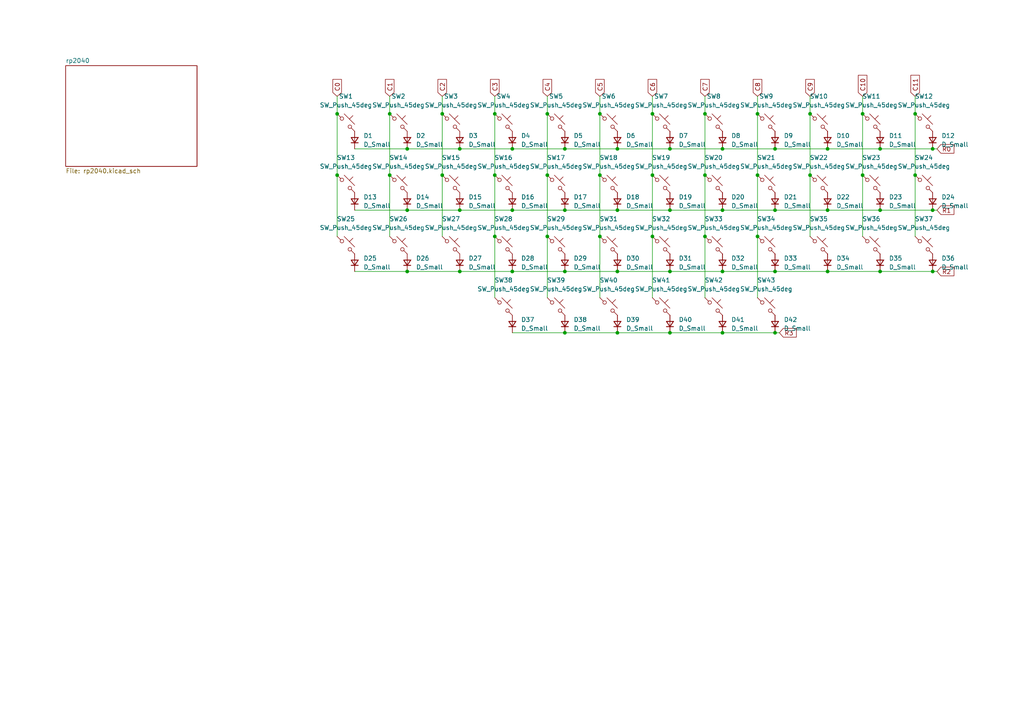
<source format=kicad_sch>
(kicad_sch (version 20250114) (generator "eeschema") (generator_version "9.0")
  (paper "A4")
  (lib_symbols
    (symbol "Device:D_Small" (pin_numbers (hide yes)) (pin_names (offset 0.254) (hide yes))
      (property "Reference" "D" (at -1.27 2.032 0))
      (property "Value" "D_Small" (at -3.81 -2.032 0))
      (symbol "D_Small_0_1"
        (polyline (pts (xy -0.762 0) (xy 0.762 0)))
        (polyline (pts (xy -0.762 -1.016) (xy -0.762 1.016)) (stroke (width 0.254)))
        (polyline (pts (xy 0.762 -1.016) (xy -0.762 0) (xy 0.762 1.016) (xy 0.762 -1.016)) (stroke (width 0.254)))
      )
      (symbol "D_Small_1_1"
        (pin passive line (at -2.54 0 0) (length 1.778) (name "K") (number "1"))
        (pin passive line (at 2.54 0 180) (length 1.778) (name "A") (number "2"))
      )
    )
    (symbol "Switch:SW_Push_45deg" (pin_numbers (hide yes)) (pin_names (offset 1.016) (hide yes))
      (property "Reference" "SW" (at 3.048 1.016 0))
      (property "Value" "SW_Push_45deg" (at 0 -3.81 0))
      (symbol "SW_Push_45deg_0_1"
        (polyline (pts (xy -2.54 2.54) (xy -1.524 1.524) (xy -1.524 1.524)))
        (circle (center -1.1684 1.1684) (radius 0.508))
        (polyline (pts (xy -0.508 2.54) (xy 2.54 -0.508)))
        (polyline (pts (xy 1.016 1.016) (xy 2.032 2.032)))
        (circle (center 1.143 -1.1938) (radius 0.508))
        (polyline (pts (xy 1.524 -1.524) (xy 2.54 -2.54) (xy 2.54 -2.54) (xy 2.54 -2.54)))
        (pin passive line (at -2.54 2.54 0) (length 0) (name "1") (number "1"))
        (pin passive line (at 2.54 -2.54 180) (length 0) (name "2") (number "2"))
      )
    )
  )
  (junction (at 148.59 78.74))
  (junction (at 224.79 96.52))
  (junction (at 224.79 60.96))
  (junction (at 173.99 33.02))
  (junction (at 173.99 68.58))
  (junction (at 255.27 43.18))
  (junction (at 224.79 78.74))
  (junction (at 224.79 43.18))
  (junction (at 179.07 78.74))
  (junction (at 219.71 68.58))
  (junction (at 158.75 68.58))
  (junction (at 118.11 43.18))
  (junction (at 204.47 50.8))
  (junction (at 240.03 78.74))
  (junction (at 148.59 60.96))
  (junction (at 194.31 78.74))
  (junction (at 163.83 43.18))
  (junction (at 209.55 60.96))
  (junction (at 265.43 33.02))
  (junction (at 204.47 68.58))
  (junction (at 163.83 60.96))
  (junction (at 133.35 43.18))
  (junction (at 158.75 33.02))
  (junction (at 97.79 50.8))
  (junction (at 133.35 60.96))
  (junction (at 270.51 60.96))
  (junction (at 219.71 33.02))
  (junction (at 204.47 33.02))
  (junction (at 255.27 78.74))
  (junction (at 158.75 50.8))
  (junction (at 240.03 43.18))
  (junction (at 143.51 50.8))
  (junction (at 179.07 96.52))
  (junction (at 163.83 78.74))
  (junction (at 113.03 50.8))
  (junction (at 194.31 43.18))
  (junction (at 250.19 33.02))
  (junction (at 179.07 43.18))
  (junction (at 179.07 60.96))
  (junction (at 234.95 50.8))
  (junction (at 209.55 96.52))
  (junction (at 194.31 60.96))
  (junction (at 270.51 43.18))
  (junction (at 270.51 78.74))
  (junction (at 118.11 60.96))
  (junction (at 189.23 33.02))
  (junction (at 209.55 43.18))
  (junction (at 189.23 68.58))
  (junction (at 189.23 50.8))
  (junction (at 219.71 50.8))
  (junction (at 250.19 50.8))
  (junction (at 163.83 96.52))
  (junction (at 234.95 33.02))
  (junction (at 97.79 33.02))
  (junction (at 194.31 96.52))
  (junction (at 148.59 43.18))
  (junction (at 143.51 68.58))
  (junction (at 113.03 33.02))
  (junction (at 255.27 60.96))
  (junction (at 128.27 50.8))
  (junction (at 143.51 33.02))
  (junction (at 133.35 78.74))
  (junction (at 118.11 78.74))
  (junction (at 128.27 33.02))
  (junction (at 173.99 50.8))
  (junction (at 240.03 60.96))
  (junction (at 209.55 78.74))
  (junction (at 265.43 50.8))
  (wire (pts (xy 163.83 60.96) (xy 179.07 60.96)))
  (wire (pts (xy 219.71 33.02) (xy 219.71 50.8)))
  (wire (pts (xy 143.51 33.02) (xy 143.51 50.8)))
  (wire (pts (xy 133.35 43.18) (xy 148.59 43.18)))
  (wire (pts (xy 189.23 33.02) (xy 189.23 50.8)))
  (wire (pts (xy 219.71 27.94) (xy 219.71 33.02)))
  (wire (pts (xy 209.55 43.18) (xy 224.79 43.18)))
  (wire (pts (xy 102.87 60.96) (xy 118.11 60.96)))
  (wire (pts (xy 240.03 60.96) (xy 255.27 60.96)))
  (wire (pts (xy 204.47 68.58) (xy 204.47 86.36)))
  (wire (pts (xy 143.51 68.58) (xy 143.51 86.36)))
  (wire (pts (xy 209.55 78.74) (xy 224.79 78.74)))
  (wire (pts (xy 163.83 43.18) (xy 179.07 43.18)))
  (wire (pts (xy 265.43 50.8) (xy 265.43 68.58)))
  (wire (pts (xy 163.83 78.74) (xy 179.07 78.74)))
  (wire (pts (xy 189.23 27.94) (xy 189.23 33.02)))
  (wire (pts (xy 194.31 43.18) (xy 209.55 43.18)))
  (wire (pts (xy 148.59 60.96) (xy 163.83 60.96)))
  (wire (pts (xy 173.99 27.94) (xy 173.99 33.02)))
  (wire (pts (xy 224.79 43.18) (xy 240.03 43.18)))
  (wire (pts (xy 234.95 27.94) (xy 234.95 33.02)))
  (wire (pts (xy 118.11 43.18) (xy 133.35 43.18)))
  (wire (pts (xy 219.71 50.8) (xy 219.71 68.58)))
  (wire (pts (xy 240.03 43.18) (xy 255.27 43.18)))
  (wire (pts (xy 113.03 33.02) (xy 113.03 50.8)))
  (wire (pts (xy 148.59 96.52) (xy 163.83 96.52)))
  (wire (pts (xy 189.23 50.8) (xy 189.23 68.58)))
  (wire (pts (xy 118.11 78.74) (xy 133.35 78.74)))
  (wire (pts (xy 102.87 78.74) (xy 118.11 78.74)))
  (wire (pts (xy 255.27 43.18) (xy 270.51 43.18)))
  (wire (pts (xy 128.27 33.02) (xy 128.27 50.8)))
  (wire (pts (xy 97.79 27.94) (xy 97.79 33.02)))
  (wire (pts (xy 194.31 78.74) (xy 209.55 78.74)))
  (wire (pts (xy 234.95 50.8) (xy 234.95 68.58)))
  (wire (pts (xy 270.51 78.74) (xy 271.78 78.74)))
  (wire (pts (xy 179.07 96.52) (xy 194.31 96.52)))
  (wire (pts (xy 128.27 27.94) (xy 128.27 33.02)))
  (wire (pts (xy 209.55 60.96) (xy 224.79 60.96)))
  (wire (pts (xy 133.35 78.74) (xy 148.59 78.74)))
  (wire (pts (xy 179.07 60.96) (xy 194.31 60.96)))
  (wire (pts (xy 158.75 33.02) (xy 158.75 50.8)))
  (wire (pts (xy 97.79 33.02) (xy 97.79 50.8)))
  (wire (pts (xy 158.75 50.8) (xy 158.75 68.58)))
  (wire (pts (xy 163.83 96.52) (xy 179.07 96.52)))
  (wire (pts (xy 250.19 50.8) (xy 250.19 68.58)))
  (wire (pts (xy 270.51 43.18) (xy 271.78 43.18)))
  (wire (pts (xy 255.27 60.96) (xy 270.51 60.96)))
  (wire (pts (xy 265.43 27.94) (xy 265.43 33.02)))
  (wire (pts (xy 234.95 33.02) (xy 234.95 50.8)))
  (wire (pts (xy 179.07 78.74) (xy 194.31 78.74)))
  (wire (pts (xy 133.35 60.96) (xy 148.59 60.96)))
  (wire (pts (xy 102.87 43.18) (xy 118.11 43.18)))
  (wire (pts (xy 158.75 27.94) (xy 158.75 33.02)))
  (wire (pts (xy 128.27 50.8) (xy 128.27 68.58)))
  (wire (pts (xy 97.79 50.8) (xy 97.79 68.58)))
  (wire (pts (xy 209.55 96.52) (xy 224.79 96.52)))
  (wire (pts (xy 204.47 27.94) (xy 204.47 33.02)))
  (wire (pts (xy 204.47 33.02) (xy 204.47 50.8)))
  (wire (pts (xy 224.79 60.96) (xy 240.03 60.96)))
  (wire (pts (xy 173.99 33.02) (xy 173.99 50.8)))
  (wire (pts (xy 148.59 78.74) (xy 163.83 78.74)))
  (wire (pts (xy 113.03 50.8) (xy 113.03 68.58)))
  (wire (pts (xy 255.27 78.74) (xy 270.51 78.74)))
  (wire (pts (xy 158.75 68.58) (xy 158.75 86.36)))
  (wire (pts (xy 173.99 68.58) (xy 173.99 86.36)))
  (wire (pts (xy 179.07 43.18) (xy 194.31 43.18)))
  (wire (pts (xy 204.47 50.8) (xy 204.47 68.58)))
  (wire (pts (xy 265.43 33.02) (xy 265.43 50.8)))
  (wire (pts (xy 148.59 43.18) (xy 163.83 43.18)))
  (wire (pts (xy 189.23 68.58) (xy 189.23 86.36)))
  (wire (pts (xy 118.11 60.96) (xy 133.35 60.96)))
  (wire (pts (xy 173.99 50.8) (xy 173.99 68.58)))
  (wire (pts (xy 224.79 96.52) (xy 226.06 96.52)))
  (wire (pts (xy 219.71 68.58) (xy 219.71 86.36)))
  (wire (pts (xy 143.51 27.94) (xy 143.51 33.02)))
  (wire (pts (xy 194.31 96.52) (xy 209.55 96.52)))
  (wire (pts (xy 240.03 78.74) (xy 255.27 78.74)))
  (wire (pts (xy 143.51 50.8) (xy 143.51 68.58)))
  (wire (pts (xy 250.19 33.02) (xy 250.19 50.8)))
  (wire (pts (xy 224.79 78.74) (xy 240.03 78.74)))
  (wire (pts (xy 194.31 60.96) (xy 209.55 60.96)))
  (wire (pts (xy 270.51 60.96) (xy 271.78 60.96)))
  (wire (pts (xy 250.19 27.94) (xy 250.19 33.02)))
  (wire (pts (xy 113.03 27.94) (xy 113.03 33.02)))
  (global_label "C10" (shape input) (at 250.19 27.94 90) (property "Intersheetrefs" "${INTERSHEET_REFS}" (effects (hide yes))))
  (global_label "C11" (shape input) (at 265.43 27.94 90) (property "Intersheetrefs" "${INTERSHEET_REFS}" (effects (hide yes))))
  (global_label "C0" (shape input) (at 97.79 27.94 90) (property "Intersheetrefs" "${INTERSHEET_REFS}" (effects (hide yes))))
  (global_label "C9" (shape input) (at 234.95 27.94 90) (property "Intersheetrefs" "${INTERSHEET_REFS}" (effects (hide yes))))
  (global_label "C5" (shape input) (at 173.99 27.94 90) (property "Intersheetrefs" "${INTERSHEET_REFS}" (effects (hide yes))))
  (global_label "C7" (shape input) (at 204.47 27.94 90) (property "Intersheetrefs" "${INTERSHEET_REFS}" (effects (hide yes))))
  (global_label "C2" (shape input) (at 128.27 27.94 90) (property "Intersheetrefs" "${INTERSHEET_REFS}" (effects (hide yes))))
  (global_label "C4" (shape input) (at 158.75 27.94 90) (property "Intersheetrefs" "${INTERSHEET_REFS}" (effects (hide yes))))
  (global_label "R2" (shape input) (at 271.78 78.74 0) (property "Intersheetrefs" "${INTERSHEET_REFS}" (effects (hide yes))))
  (global_label "C1" (shape input) (at 113.03 27.94 90) (property "Intersheetrefs" "${INTERSHEET_REFS}" (effects (hide yes))))
  (global_label "R3" (shape input) (at 226.06 96.52 0) (property "Intersheetrefs" "${INTERSHEET_REFS}" (effects (hide yes))))
  (global_label "C6" (shape input) (at 189.23 27.94 90) (property "Intersheetrefs" "${INTERSHEET_REFS}" (effects (hide yes))))
  (global_label "C3" (shape input) (at 143.51 27.94 90) (property "Intersheetrefs" "${INTERSHEET_REFS}" (effects (hide yes))))
  (global_label "R1" (shape input) (at 271.78 60.96 0) (property "Intersheetrefs" "${INTERSHEET_REFS}" (effects (hide yes))))
  (global_label "C8" (shape input) (at 219.71 27.94 90) (property "Intersheetrefs" "${INTERSHEET_REFS}" (effects (hide yes))))
  (global_label "R0" (shape input) (at 271.78 43.18 0) (property "Intersheetrefs" "${INTERSHEET_REFS}" (effects (hide yes))))
  (symbol (lib_id "Switch:SW_Push_45deg") (at 191.77 35.56 0) (unit 1)
    (property "Reference" "SW7" (at 191.77 27.94 0))
    (property "Value" "SW_Push_45deg" (at 191.77 30.48 0))
    (property "Footprint" "MX_Hotswap:MX-Hotswap-1U" (effects (hide yes)))
    (property "Description" "Push button switch, normally open, two pins, 45° tilted" (effects (hide yes)))
  )
  (symbol (lib_id "Switch:SW_Push_45deg") (at 222.25 71.12 0) (unit 1)
    (property "Reference" "SW34" (at 222.25 63.5 0))
    (property "Value" "SW_Push_45deg" (at 222.25 66.04 0))
    (property "Footprint" "MX_Hotswap:MX-Hotswap-1U" (effects (hide yes)))
    (property "Description" "Push button switch, normally open, two pins, 45° tilted" (effects (hide yes)))
  )
  (symbol (lib_id "Switch:SW_Push_45deg") (at 237.49 53.34 0) (unit 1)
    (property "Reference" "SW22" (at 237.49 45.72 0))
    (property "Value" "SW_Push_45deg" (at 237.49 48.26 0))
    (property "Footprint" "MX_Hotswap:MX-Hotswap-1U" (effects (hide yes)))
    (property "Description" "Push button switch, normally open, two pins, 45° tilted" (effects (hide yes)))
  )
  (symbol (lib_id "Device:D_Small") (at 270.51 58.42 90) (unit 1)
    (property "Reference" "D24" (at 273.05 57.1499 90) (effects (justify right)))
    (property "Value" "D_Small" (at 273.05 59.6899 90) (effects (justify right)))
    (property "Footprint" "Diode_THT:D_DO-35_SOD27_P7.62mm_Horizontal" (effects (hide yes)))
    (property "Description" "Diode, small symbol" (effects (hide yes)))
    (property "Sim.Device" "D" (effects (hide yes)))
    (property "Sim.Pins" "1=K 2=A" (effects (hide yes)))
  )
  (symbol (lib_id "Device:D_Small") (at 118.11 76.2 90) (unit 1)
    (property "Reference" "D26" (at 120.65 74.9299 90) (effects (justify right)))
    (property "Value" "D_Small" (at 120.65 77.4699 90) (effects (justify right)))
    (property "Footprint" "Diode_THT:D_DO-35_SOD27_P7.62mm_Horizontal" (effects (hide yes)))
    (property "Description" "Diode, small symbol" (effects (hide yes)))
    (property "Sim.Device" "D" (effects (hide yes)))
    (property "Sim.Pins" "1=K 2=A" (effects (hide yes)))
  )
  (symbol (lib_id "Device:D_Small") (at 209.55 40.64 90) (unit 1)
    (property "Reference" "D8" (at 212.09 39.3699 90) (effects (justify right)))
    (property "Value" "D_Small" (at 212.09 41.9099 90) (effects (justify right)))
    (property "Footprint" "Diode_THT:D_DO-35_SOD27_P7.62mm_Horizontal" (effects (hide yes)))
    (property "Description" "Diode, small symbol" (effects (hide yes)))
    (property "Sim.Device" "D" (effects (hide yes)))
    (property "Sim.Pins" "1=K 2=A" (effects (hide yes)))
  )
  (symbol (lib_id "Device:D_Small") (at 118.11 40.64 90) (unit 1)
    (property "Reference" "D2" (at 120.65 39.3699 90) (effects (justify right)))
    (property "Value" "D_Small" (at 120.65 41.9099 90) (effects (justify right)))
    (property "Footprint" "Diode_THT:D_DO-35_SOD27_P7.62mm_Horizontal" (effects (hide yes)))
    (property "Description" "Diode, small symbol" (effects (hide yes)))
    (property "Sim.Device" "D" (effects (hide yes)))
    (property "Sim.Pins" "1=K 2=A" (effects (hide yes)))
  )
  (symbol (lib_id "Switch:SW_Push_45deg") (at 252.73 71.12 0) (unit 1)
    (property "Reference" "SW36" (at 252.73 63.5 0))
    (property "Value" "SW_Push_45deg" (at 252.73 66.04 0))
    (property "Footprint" "MX_Hotswap:MX-Hotswap-1U" (effects (hide yes)))
    (property "Description" "Push button switch, normally open, two pins, 45° tilted" (effects (hide yes)))
  )
  (symbol (lib_id "Switch:SW_Push_45deg") (at 176.53 35.56 0) (unit 1)
    (property "Reference" "SW6" (at 176.53 27.94 0))
    (property "Value" "SW_Push_45deg" (at 176.53 30.48 0))
    (property "Footprint" "MX_Hotswap:MX-Hotswap-1U" (effects (hide yes)))
    (property "Description" "Push button switch, normally open, two pins, 45° tilted" (effects (hide yes)))
  )
  (symbol (lib_id "Switch:SW_Push_45deg") (at 130.81 71.12 0) (unit 1)
    (property "Reference" "SW27" (at 130.81 63.5 0))
    (property "Value" "SW_Push_45deg" (at 130.81 66.04 0))
    (property "Footprint" "MX_Hotswap:MX-Hotswap-1U" (effects (hide yes)))
    (property "Description" "Push button switch, normally open, two pins, 45° tilted" (effects (hide yes)))
  )
  (symbol (lib_id "Switch:SW_Push_45deg") (at 252.73 53.34 0) (unit 1)
    (property "Reference" "SW23" (at 252.73 45.72 0))
    (property "Value" "SW_Push_45deg" (at 252.73 48.26 0))
    (property "Footprint" "MX_Hotswap:MX-Hotswap-1U" (effects (hide yes)))
    (property "Description" "Push button switch, normally open, two pins, 45° tilted" (effects (hide yes)))
  )
  (symbol (lib_id "Switch:SW_Push_45deg") (at 267.97 35.56 0) (unit 1)
    (property "Reference" "SW12" (at 267.97 27.94 0))
    (property "Value" "SW_Push_45deg" (at 267.97 30.48 0))
    (property "Footprint" "MX_Hotswap:MX-Hotswap-1U" (effects (hide yes)))
    (property "Description" "Push button switch, normally open, two pins, 45° tilted" (effects (hide yes)))
  )
  (symbol (lib_id "Device:D_Small") (at 194.31 58.42 90) (unit 1)
    (property "Reference" "D19" (at 196.85 57.1499 90) (effects (justify right)))
    (property "Value" "D_Small" (at 196.85 59.6899 90) (effects (justify right)))
    (property "Footprint" "Diode_THT:D_DO-35_SOD27_P7.62mm_Horizontal" (effects (hide yes)))
    (property "Description" "Diode, small symbol" (effects (hide yes)))
    (property "Sim.Device" "D" (effects (hide yes)))
    (property "Sim.Pins" "1=K 2=A" (effects (hide yes)))
  )
  (symbol (lib_id "Switch:SW_Push_45deg") (at 237.49 71.12 0) (unit 1)
    (property "Reference" "SW35" (at 237.49 63.5 0))
    (property "Value" "SW_Push_45deg" (at 237.49 66.04 0))
    (property "Footprint" "MX_Hotswap:MX-Hotswap-1U" (effects (hide yes)))
    (property "Description" "Push button switch, normally open, two pins, 45° tilted" (effects (hide yes)))
  )
  (symbol (lib_id "Device:D_Small") (at 270.51 40.64 90) (unit 1)
    (property "Reference" "D12" (at 273.05 39.3699 90) (effects (justify right)))
    (property "Value" "D_Small" (at 273.05 41.9099 90) (effects (justify right)))
    (property "Footprint" "Diode_THT:D_DO-35_SOD27_P7.62mm_Horizontal" (effects (hide yes)))
    (property "Description" "Diode, small symbol" (effects (hide yes)))
    (property "Sim.Device" "D" (effects (hide yes)))
    (property "Sim.Pins" "1=K 2=A" (effects (hide yes)))
  )
  (symbol (lib_id "Switch:SW_Push_45deg") (at 237.49 35.56 0) (unit 1)
    (property "Reference" "SW10" (at 237.49 27.94 0))
    (property "Value" "SW_Push_45deg" (at 237.49 30.48 0))
    (property "Footprint" "MX_Hotswap:MX-Hotswap-1U" (effects (hide yes)))
    (property "Description" "Push button switch, normally open, two pins, 45° tilted" (effects (hide yes)))
  )
  (symbol (lib_id "Switch:SW_Push_45deg") (at 222.25 53.34 0) (unit 1)
    (property "Reference" "SW21" (at 222.25 45.72 0))
    (property "Value" "SW_Push_45deg" (at 222.25 48.26 0))
    (property "Footprint" "MX_Hotswap:MX-Hotswap-1U" (effects (hide yes)))
    (property "Description" "Push button switch, normally open, two pins, 45° tilted" (effects (hide yes)))
  )
  (symbol (lib_id "Device:D_Small") (at 194.31 40.64 90) (unit 1)
    (property "Reference" "D7" (at 196.85 39.3699 90) (effects (justify right)))
    (property "Value" "D_Small" (at 196.85 41.9099 90) (effects (justify right)))
    (property "Footprint" "Diode_THT:D_DO-35_SOD27_P7.62mm_Horizontal" (effects (hide yes)))
    (property "Description" "Diode, small symbol" (effects (hide yes)))
    (property "Sim.Device" "D" (effects (hide yes)))
    (property "Sim.Pins" "1=K 2=A" (effects (hide yes)))
  )
  (symbol (lib_id "Device:D_Small") (at 102.87 40.64 90) (unit 1)
    (property "Reference" "D1" (at 105.41 39.3699 90) (effects (justify right)))
    (property "Value" "D_Small" (at 105.41 41.9099 90) (effects (justify right)))
    (property "Footprint" "Diode_THT:D_DO-35_SOD27_P7.62mm_Horizontal" (effects (hide yes)))
    (property "Description" "Diode, small symbol" (effects (hide yes)))
    (property "Sim.Device" "D" (effects (hide yes)))
    (property "Sim.Pins" "1=K 2=A" (effects (hide yes)))
  )
  (symbol (lib_id "Switch:SW_Push_45deg") (at 207.01 71.12 0) (unit 1)
    (property "Reference" "SW33" (at 207.01 63.5 0))
    (property "Value" "SW_Push_45deg" (at 207.01 66.04 0))
    (property "Footprint" "MX_Hotswap:MX-Hotswap-1U" (effects (hide yes)))
    (property "Description" "Push button switch, normally open, two pins, 45° tilted" (effects (hide yes)))
  )
  (symbol (lib_id "Switch:SW_Push_45deg") (at 100.33 35.56 0) (unit 1)
    (property "Reference" "SW1" (at 100.33 27.94 0))
    (property "Value" "SW_Push_45deg" (at 100.33 30.48 0))
    (property "Footprint" "MX_Hotswap:MX-Hotswap-1U" (effects (hide yes)))
    (property "Description" "Push button switch, normally open, two pins, 45° tilted" (effects (hide yes)))
  )
  (symbol (lib_id "Switch:SW_Push_45deg") (at 115.57 71.12 0) (unit 1)
    (property "Reference" "SW26" (at 115.57 63.5 0))
    (property "Value" "SW_Push_45deg" (at 115.57 66.04 0))
    (property "Footprint" "MX_Hotswap:MX-Hotswap-1U" (effects (hide yes)))
    (property "Description" "Push button switch, normally open, two pins, 45° tilted" (effects (hide yes)))
  )
  (symbol (lib_id "Device:D_Small") (at 148.59 93.98 90) (unit 1)
    (property "Reference" "D37" (at 151.13 92.7099 90) (effects (justify right)))
    (property "Value" "D_Small" (at 151.13 95.2499 90) (effects (justify right)))
    (property "Footprint" "Diode_THT:D_DO-35_SOD27_P7.62mm_Horizontal" (effects (hide yes)))
    (property "Description" "Diode, small symbol" (effects (hide yes)))
    (property "Sim.Device" "D" (effects (hide yes)))
    (property "Sim.Pins" "1=K 2=A" (effects (hide yes)))
  )
  (symbol (lib_id "Switch:SW_Push_45deg") (at 161.29 35.56 0) (unit 1)
    (property "Reference" "SW5" (at 161.29 27.94 0))
    (property "Value" "SW_Push_45deg" (at 161.29 30.48 0))
    (property "Footprint" "MX_Hotswap:MX-Hotswap-1U" (effects (hide yes)))
    (property "Description" "Push button switch, normally open, two pins, 45° tilted" (effects (hide yes)))
  )
  (symbol (lib_id "Switch:SW_Push_45deg") (at 130.81 35.56 0) (unit 1)
    (property "Reference" "SW3" (at 130.81 27.94 0))
    (property "Value" "SW_Push_45deg" (at 130.81 30.48 0))
    (property "Footprint" "MX_Hotswap:MX-Hotswap-1U" (effects (hide yes)))
    (property "Description" "Push button switch, normally open, two pins, 45° tilted" (effects (hide yes)))
  )
  (symbol (lib_id "Device:D_Small") (at 240.03 58.42 90) (unit 1)
    (property "Reference" "D22" (at 242.57 57.1499 90) (effects (justify right)))
    (property "Value" "D_Small" (at 242.57 59.6899 90) (effects (justify right)))
    (property "Footprint" "Diode_THT:D_DO-35_SOD27_P7.62mm_Horizontal" (effects (hide yes)))
    (property "Description" "Diode, small symbol" (effects (hide yes)))
    (property "Sim.Device" "D" (effects (hide yes)))
    (property "Sim.Pins" "1=K 2=A" (effects (hide yes)))
  )
  (symbol (lib_id "Device:D_Small") (at 255.27 76.2 90) (unit 1)
    (property "Reference" "D35" (at 257.81 74.9299 90) (effects (justify right)))
    (property "Value" "D_Small" (at 257.81 77.4699 90) (effects (justify right)))
    (property "Footprint" "Diode_THT:D_DO-35_SOD27_P7.62mm_Horizontal" (effects (hide yes)))
    (property "Description" "Diode, small symbol" (effects (hide yes)))
    (property "Sim.Device" "D" (effects (hide yes)))
    (property "Sim.Pins" "1=K 2=A" (effects (hide yes)))
  )
  (symbol (lib_id "Device:D_Small") (at 163.83 76.2 90) (unit 1)
    (property "Reference" "D29" (at 166.37 74.9299 90) (effects (justify right)))
    (property "Value" "D_Small" (at 166.37 77.4699 90) (effects (justify right)))
    (property "Footprint" "Diode_THT:D_DO-35_SOD27_P7.62mm_Horizontal" (effects (hide yes)))
    (property "Description" "Diode, small symbol" (effects (hide yes)))
    (property "Sim.Device" "D" (effects (hide yes)))
    (property "Sim.Pins" "1=K 2=A" (effects (hide yes)))
  )
  (symbol (lib_id "Switch:SW_Push_45deg") (at 146.05 53.34 0) (unit 1)
    (property "Reference" "SW16" (at 146.05 45.72 0))
    (property "Value" "SW_Push_45deg" (at 146.05 48.26 0))
    (property "Footprint" "MX_Hotswap:MX-Hotswap-1U" (effects (hide yes)))
    (property "Description" "Push button switch, normally open, two pins, 45° tilted" (effects (hide yes)))
  )
  (symbol (lib_id "Device:D_Small") (at 163.83 58.42 90) (unit 1)
    (property "Reference" "D17" (at 166.37 57.1499 90) (effects (justify right)))
    (property "Value" "D_Small" (at 166.37 59.6899 90) (effects (justify right)))
    (property "Footprint" "Diode_THT:D_DO-35_SOD27_P7.62mm_Horizontal" (effects (hide yes)))
    (property "Description" "Diode, small symbol" (effects (hide yes)))
    (property "Sim.Device" "D" (effects (hide yes)))
    (property "Sim.Pins" "1=K 2=A" (effects (hide yes)))
  )
  (symbol (lib_id "Switch:SW_Push_45deg") (at 191.77 53.34 0) (unit 1)
    (property "Reference" "SW19" (at 191.77 45.72 0))
    (property "Value" "SW_Push_45deg" (at 191.77 48.26 0))
    (property "Footprint" "MX_Hotswap:MX-Hotswap-1U" (effects (hide yes)))
    (property "Description" "Push button switch, normally open, two pins, 45° tilted" (effects (hide yes)))
  )
  (symbol (lib_id "Switch:SW_Push_45deg") (at 146.05 35.56 0) (unit 1)
    (property "Reference" "SW4" (at 146.05 27.94 0))
    (property "Value" "SW_Push_45deg" (at 146.05 30.48 0))
    (property "Footprint" "MX_Hotswap:MX-Hotswap-1U" (effects (hide yes)))
    (property "Description" "Push button switch, normally open, two pins, 45° tilted" (effects (hide yes)))
  )
  (symbol (lib_id "Device:D_Small") (at 179.07 40.64 90) (unit 1)
    (property "Reference" "D6" (at 181.61 39.3699 90) (effects (justify right)))
    (property "Value" "D_Small" (at 181.61 41.9099 90) (effects (justify right)))
    (property "Footprint" "Diode_THT:D_DO-35_SOD27_P7.62mm_Horizontal" (effects (hide yes)))
    (property "Description" "Diode, small symbol" (effects (hide yes)))
    (property "Sim.Device" "D" (effects (hide yes)))
    (property "Sim.Pins" "1=K 2=A" (effects (hide yes)))
  )
  (symbol (lib_id "Device:D_Small") (at 148.59 76.2 90) (unit 1)
    (property "Reference" "D28" (at 151.13 74.9299 90) (effects (justify right)))
    (property "Value" "D_Small" (at 151.13 77.4699 90) (effects (justify right)))
    (property "Footprint" "Diode_THT:D_DO-35_SOD27_P7.62mm_Horizontal" (effects (hide yes)))
    (property "Description" "Diode, small symbol" (effects (hide yes)))
    (property "Sim.Device" "D" (effects (hide yes)))
    (property "Sim.Pins" "1=K 2=A" (effects (hide yes)))
  )
  (symbol (lib_id "Device:D_Small") (at 194.31 76.2 90) (unit 1)
    (property "Reference" "D31" (at 196.85 74.9299 90) (effects (justify right)))
    (property "Value" "D_Small" (at 196.85 77.4699 90) (effects (justify right)))
    (property "Footprint" "Diode_THT:D_DO-35_SOD27_P7.62mm_Horizontal" (effects (hide yes)))
    (property "Description" "Diode, small symbol" (effects (hide yes)))
    (property "Sim.Device" "D" (effects (hide yes)))
    (property "Sim.Pins" "1=K 2=A" (effects (hide yes)))
  )
  (symbol (lib_id "Switch:SW_Push_45deg") (at 267.97 71.12 0) (unit 1)
    (property "Reference" "SW37" (at 267.97 63.5 0))
    (property "Value" "SW_Push_45deg" (at 267.97 66.04 0))
    (property "Footprint" "MX_Hotswap:MX-Hotswap-1U" (effects (hide yes)))
    (property "Description" "Push button switch, normally open, two pins, 45° tilted" (effects (hide yes)))
  )
  (symbol (lib_id "Switch:SW_Push_45deg") (at 252.73 35.56 0) (unit 1)
    (property "Reference" "SW11" (at 252.73 27.94 0))
    (property "Value" "SW_Push_45deg" (at 252.73 30.48 0))
    (property "Footprint" "MX_Hotswap:MX-Hotswap-1U" (effects (hide yes)))
    (property "Description" "Push button switch, normally open, two pins, 45° tilted" (effects (hide yes)))
  )
  (symbol (lib_id "Device:D_Small") (at 179.07 58.42 90) (unit 1)
    (property "Reference" "D18" (at 181.61 57.1499 90) (effects (justify right)))
    (property "Value" "D_Small" (at 181.61 59.6899 90) (effects (justify right)))
    (property "Footprint" "Diode_THT:D_DO-35_SOD27_P7.62mm_Horizontal" (effects (hide yes)))
    (property "Description" "Diode, small symbol" (effects (hide yes)))
    (property "Sim.Device" "D" (effects (hide yes)))
    (property "Sim.Pins" "1=K 2=A" (effects (hide yes)))
  )
  (symbol (lib_id "Switch:SW_Push_45deg") (at 146.05 88.9 0) (unit 1)
    (property "Reference" "SW38" (at 146.05 81.28 0))
    (property "Value" "SW_Push_45deg" (at 146.05 83.82 0))
    (property "Footprint" "MX_Hotswap:MX-Hotswap-1U" (effects (hide yes)))
    (property "Description" "Push button switch, normally open, two pins, 45° tilted" (effects (hide yes)))
  )
  (symbol (lib_id "Device:D_Small") (at 209.55 58.42 90) (unit 1)
    (property "Reference" "D20" (at 212.09 57.1499 90) (effects (justify right)))
    (property "Value" "D_Small" (at 212.09 59.6899 90) (effects (justify right)))
    (property "Footprint" "Diode_THT:D_DO-35_SOD27_P7.62mm_Horizontal" (effects (hide yes)))
    (property "Description" "Diode, small symbol" (effects (hide yes)))
    (property "Sim.Device" "D" (effects (hide yes)))
    (property "Sim.Pins" "1=K 2=A" (effects (hide yes)))
  )
  (symbol (lib_id "Switch:SW_Push_45deg") (at 176.53 71.12 0) (unit 1)
    (property "Reference" "SW31" (at 176.53 63.5 0))
    (property "Value" "SW_Push_45deg" (at 176.53 66.04 0))
    (property "Footprint" "MX_Hotswap:MX-Hotswap-1U" (effects (hide yes)))
    (property "Description" "Push button switch, normally open, two pins, 45° tilted" (effects (hide yes)))
  )
  (symbol (lib_id "Switch:SW_Push_45deg") (at 130.81 53.34 0) (unit 1)
    (property "Reference" "SW15" (at 130.81 45.72 0))
    (property "Value" "SW_Push_45deg" (at 130.81 48.26 0))
    (property "Footprint" "MX_Hotswap:MX-Hotswap-1U" (effects (hide yes)))
    (property "Description" "Push button switch, normally open, two pins, 45° tilted" (effects (hide yes)))
  )
  (symbol (lib_id "Switch:SW_Push_45deg") (at 100.33 53.34 0) (unit 1)
    (property "Reference" "SW13" (at 100.33 45.72 0))
    (property "Value" "SW_Push_45deg" (at 100.33 48.26 0))
    (property "Footprint" "MX_Hotswap:MX-Hotswap-1U" (effects (hide yes)))
    (property "Description" "Push button switch, normally open, two pins, 45° tilted" (effects (hide yes)))
  )
  (symbol (lib_id "Switch:SW_Push_45deg") (at 207.01 53.34 0) (unit 1)
    (property "Reference" "SW20" (at 207.01 45.72 0))
    (property "Value" "SW_Push_45deg" (at 207.01 48.26 0))
    (property "Footprint" "MX_Hotswap:MX-Hotswap-1U" (effects (hide yes)))
    (property "Description" "Push button switch, normally open, two pins, 45° tilted" (effects (hide yes)))
  )
  (symbol (lib_id "Device:D_Small") (at 102.87 58.42 90) (unit 1)
    (property "Reference" "D13" (at 105.41 57.1499 90) (effects (justify right)))
    (property "Value" "D_Small" (at 105.41 59.6899 90) (effects (justify right)))
    (property "Footprint" "Diode_THT:D_DO-35_SOD27_P7.62mm_Horizontal" (effects (hide yes)))
    (property "Description" "Diode, small symbol" (effects (hide yes)))
    (property "Sim.Device" "D" (effects (hide yes)))
    (property "Sim.Pins" "1=K 2=A" (effects (hide yes)))
  )
  (symbol (lib_id "Device:D_Small") (at 148.59 40.64 90) (unit 1)
    (property "Reference" "D4" (at 151.13 39.3699 90) (effects (justify right)))
    (property "Value" "D_Small" (at 151.13 41.9099 90) (effects (justify right)))
    (property "Footprint" "Diode_THT:D_DO-35_SOD27_P7.62mm_Horizontal" (effects (hide yes)))
    (property "Description" "Diode, small symbol" (effects (hide yes)))
    (property "Sim.Device" "D" (effects (hide yes)))
    (property "Sim.Pins" "1=K 2=A" (effects (hide yes)))
  )
  (symbol (lib_id "Device:D_Small") (at 270.51 76.2 90) (unit 1)
    (property "Reference" "D36" (at 273.05 74.9299 90) (effects (justify right)))
    (property "Value" "D_Small" (at 273.05 77.4699 90) (effects (justify right)))
    (property "Footprint" "Diode_THT:D_DO-35_SOD27_P7.62mm_Horizontal" (effects (hide yes)))
    (property "Description" "Diode, small symbol" (effects (hide yes)))
    (property "Sim.Device" "D" (effects (hide yes)))
    (property "Sim.Pins" "1=K 2=A" (effects (hide yes)))
  )
  (symbol (lib_id "Switch:SW_Push_45deg") (at 161.29 88.9 0) (unit 1)
    (property "Reference" "SW39" (at 161.29 81.28 0))
    (property "Value" "SW_Push_45deg" (at 161.29 83.82 0))
    (property "Footprint" "MX_Hotswap:MX-Hotswap-1U" (effects (hide yes)))
    (property "Description" "Push button switch, normally open, two pins, 45° tilted" (effects (hide yes)))
  )
  (symbol (lib_id "Device:D_Small") (at 224.79 76.2 90) (unit 1)
    (property "Reference" "D33" (at 227.33 74.9299 90) (effects (justify right)))
    (property "Value" "D_Small" (at 227.33 77.4699 90) (effects (justify right)))
    (property "Footprint" "Diode_THT:D_DO-35_SOD27_P7.62mm_Horizontal" (effects (hide yes)))
    (property "Description" "Diode, small symbol" (effects (hide yes)))
    (property "Sim.Device" "D" (effects (hide yes)))
    (property "Sim.Pins" "1=K 2=A" (effects (hide yes)))
  )
  (symbol (lib_id "Switch:SW_Push_45deg") (at 161.29 53.34 0) (unit 1)
    (property "Reference" "SW17" (at 161.29 45.72 0))
    (property "Value" "SW_Push_45deg" (at 161.29 48.26 0))
    (property "Footprint" "MX_Hotswap:MX-Hotswap-1U" (effects (hide yes)))
    (property "Description" "Push button switch, normally open, two pins, 45° tilted" (effects (hide yes)))
  )
  (symbol (lib_id "Switch:SW_Push_45deg") (at 100.33 71.12 0) (unit 1)
    (property "Reference" "SW25" (at 100.33 63.5 0))
    (property "Value" "SW_Push_45deg" (at 100.33 66.04 0))
    (property "Footprint" "MX_Hotswap:MX-Hotswap-1U" (effects (hide yes)))
    (property "Description" "Push button switch, normally open, two pins, 45° tilted" (effects (hide yes)))
  )
  (symbol (lib_id "Device:D_Small") (at 133.35 76.2 90) (unit 1)
    (property "Reference" "D27" (at 135.89 74.9299 90) (effects (justify right)))
    (property "Value" "D_Small" (at 135.89 77.4699 90) (effects (justify right)))
    (property "Footprint" "Diode_THT:D_DO-35_SOD27_P7.62mm_Horizontal" (effects (hide yes)))
    (property "Description" "Diode, small symbol" (effects (hide yes)))
    (property "Sim.Device" "D" (effects (hide yes)))
    (property "Sim.Pins" "1=K 2=A" (effects (hide yes)))
  )
  (symbol (lib_id "Device:D_Small") (at 102.87 76.2 90) (unit 1)
    (property "Reference" "D25" (at 105.41 74.9299 90) (effects (justify right)))
    (property "Value" "D_Small" (at 105.41 77.4699 90) (effects (justify right)))
    (property "Footprint" "Diode_THT:D_DO-35_SOD27_P7.62mm_Horizontal" (effects (hide yes)))
    (property "Description" "Diode, small symbol" (effects (hide yes)))
    (property "Sim.Device" "D" (effects (hide yes)))
    (property "Sim.Pins" "1=K 2=A" (effects (hide yes)))
  )
  (symbol (lib_id "Device:D_Small") (at 163.83 40.64 90) (unit 1)
    (property "Reference" "D5" (at 166.37 39.3699 90) (effects (justify right)))
    (property "Value" "D_Small" (at 166.37 41.9099 90) (effects (justify right)))
    (property "Footprint" "Diode_THT:D_DO-35_SOD27_P7.62mm_Horizontal" (effects (hide yes)))
    (property "Description" "Diode, small symbol" (effects (hide yes)))
    (property "Sim.Device" "D" (effects (hide yes)))
    (property "Sim.Pins" "1=K 2=A" (effects (hide yes)))
  )
  (symbol (lib_id "Switch:SW_Push_45deg") (at 191.77 88.9 0) (unit 1)
    (property "Reference" "SW41" (at 191.77 81.28 0))
    (property "Value" "SW_Push_45deg" (at 191.77 83.82 0))
    (property "Footprint" "MX_Hotswap:MX-Hotswap-1U" (effects (hide yes)))
    (property "Description" "Push button switch, normally open, two pins, 45° tilted" (effects (hide yes)))
  )
  (symbol (lib_id "Device:D_Small") (at 255.27 40.64 90) (unit 1)
    (property "Reference" "D11" (at 257.81 39.3699 90) (effects (justify right)))
    (property "Value" "D_Small" (at 257.81 41.9099 90) (effects (justify right)))
    (property "Footprint" "Diode_THT:D_DO-35_SOD27_P7.62mm_Horizontal" (effects (hide yes)))
    (property "Description" "Diode, small symbol" (effects (hide yes)))
    (property "Sim.Device" "D" (effects (hide yes)))
    (property "Sim.Pins" "1=K 2=A" (effects (hide yes)))
  )
  (symbol (lib_id "Device:D_Small") (at 224.79 58.42 90) (unit 1)
    (property "Reference" "D21" (at 227.33 57.1499 90) (effects (justify right)))
    (property "Value" "D_Small" (at 227.33 59.6899 90) (effects (justify right)))
    (property "Footprint" "Diode_THT:D_DO-35_SOD27_P7.62mm_Horizontal" (effects (hide yes)))
    (property "Description" "Diode, small symbol" (effects (hide yes)))
    (property "Sim.Device" "D" (effects (hide yes)))
    (property "Sim.Pins" "1=K 2=A" (effects (hide yes)))
  )
  (symbol (lib_id "Device:D_Small") (at 133.35 58.42 90) (unit 1)
    (property "Reference" "D15" (at 135.89 57.1499 90) (effects (justify right)))
    (property "Value" "D_Small" (at 135.89 59.6899 90) (effects (justify right)))
    (property "Footprint" "Diode_THT:D_DO-35_SOD27_P7.62mm_Horizontal" (effects (hide yes)))
    (property "Description" "Diode, small symbol" (effects (hide yes)))
    (property "Sim.Device" "D" (effects (hide yes)))
    (property "Sim.Pins" "1=K 2=A" (effects (hide yes)))
  )
  (symbol (lib_id "Switch:SW_Push_45deg") (at 176.53 53.34 0) (unit 1)
    (property "Reference" "SW18" (at 176.53 45.72 0))
    (property "Value" "SW_Push_45deg" (at 176.53 48.26 0))
    (property "Footprint" "MX_Hotswap:MX-Hotswap-1U" (effects (hide yes)))
    (property "Description" "Push button switch, normally open, two pins, 45° tilted" (effects (hide yes)))
  )
  (symbol (lib_id "Switch:SW_Push_45deg") (at 267.97 53.34 0) (unit 1)
    (property "Reference" "SW24" (at 267.97 45.72 0))
    (property "Value" "SW_Push_45deg" (at 267.97 48.26 0))
    (property "Footprint" "MX_Hotswap:MX-Hotswap-1U" (effects (hide yes)))
    (property "Description" "Push button switch, normally open, two pins, 45° tilted" (effects (hide yes)))
  )
  (symbol (lib_id "Switch:SW_Push_45deg") (at 191.77 71.12 0) (unit 1)
    (property "Reference" "SW32" (at 191.77 63.5 0))
    (property "Value" "SW_Push_45deg" (at 191.77 66.04 0))
    (property "Footprint" "MX_Hotswap:MX-Hotswap-1U" (effects (hide yes)))
    (property "Description" "Push button switch, normally open, two pins, 45° tilted" (effects (hide yes)))
  )
  (symbol (lib_id "Device:D_Small") (at 133.35 40.64 90) (unit 1)
    (property "Reference" "D3" (at 135.89 39.3699 90) (effects (justify right)))
    (property "Value" "D_Small" (at 135.89 41.9099 90) (effects (justify right)))
    (property "Footprint" "Diode_THT:D_DO-35_SOD27_P7.62mm_Horizontal" (effects (hide yes)))
    (property "Description" "Diode, small symbol" (effects (hide yes)))
    (property "Sim.Device" "D" (effects (hide yes)))
    (property "Sim.Pins" "1=K 2=A" (effects (hide yes)))
  )
  (symbol (lib_id "Switch:SW_Push_45deg") (at 222.25 35.56 0) (unit 1)
    (property "Reference" "SW9" (at 222.25 27.94 0))
    (property "Value" "SW_Push_45deg" (at 222.25 30.48 0))
    (property "Footprint" "MX_Hotswap:MX-Hotswap-1U" (effects (hide yes)))
    (property "Description" "Push button switch, normally open, two pins, 45° tilted" (effects (hide yes)))
  )
  (symbol (lib_id "Switch:SW_Push_45deg") (at 161.29 71.12 0) (unit 1)
    (property "Reference" "SW29" (at 161.29 63.5 0))
    (property "Value" "SW_Push_45deg" (at 161.29 66.04 0))
    (property "Footprint" "MX_Hotswap:MX-Hotswap-1U" (effects (hide yes)))
    (property "Description" "Push button switch, normally open, two pins, 45° tilted" (effects (hide yes)))
  )
  (symbol (lib_id "Device:D_Small") (at 194.31 93.98 90) (unit 1)
    (property "Reference" "D40" (at 196.85 92.7099 90) (effects (justify right)))
    (property "Value" "D_Small" (at 196.85 95.2499 90) (effects (justify right)))
    (property "Footprint" "Diode_THT:D_DO-35_SOD27_P7.62mm_Horizontal" (effects (hide yes)))
    (property "Description" "Diode, small symbol" (effects (hide yes)))
    (property "Sim.Device" "D" (effects (hide yes)))
    (property "Sim.Pins" "1=K 2=A" (effects (hide yes)))
  )
  (symbol (lib_id "Switch:SW_Push_45deg") (at 222.25 88.9 0) (unit 1)
    (property "Reference" "SW43" (at 222.25 81.28 0))
    (property "Value" "SW_Push_45deg" (at 222.25 83.82 0))
    (property "Footprint" "MX_Hotswap:MX-Hotswap-1U" (effects (hide yes)))
    (property "Description" "Push button switch, normally open, two pins, 45° tilted" (effects (hide yes)))
  )
  (symbol (lib_id "Device:D_Small") (at 240.03 40.64 90) (unit 1)
    (property "Reference" "D10" (at 242.57 39.3699 90) (effects (justify right)))
    (property "Value" "D_Small" (at 242.57 41.9099 90) (effects (justify right)))
    (property "Footprint" "Diode_THT:D_DO-35_SOD27_P7.62mm_Horizontal" (effects (hide yes)))
    (property "Description" "Diode, small symbol" (effects (hide yes)))
    (property "Sim.Device" "D" (effects (hide yes)))
    (property "Sim.Pins" "1=K 2=A" (effects (hide yes)))
  )
  (symbol (lib_id "Device:D_Small") (at 240.03 76.2 90) (unit 1)
    (property "Reference" "D34" (at 242.57 74.9299 90) (effects (justify right)))
    (property "Value" "D_Small" (at 242.57 77.4699 90) (effects (justify right)))
    (property "Footprint" "Diode_THT:D_DO-35_SOD27_P7.62mm_Horizontal" (effects (hide yes)))
    (property "Description" "Diode, small symbol" (effects (hide yes)))
    (property "Sim.Device" "D" (effects (hide yes)))
    (property "Sim.Pins" "1=K 2=A" (effects (hide yes)))
  )
  (symbol (lib_id "Switch:SW_Push_45deg") (at 115.57 53.34 0) (unit 1)
    (property "Reference" "SW14" (at 115.57 45.72 0))
    (property "Value" "SW_Push_45deg" (at 115.57 48.26 0))
    (property "Footprint" "MX_Hotswap:MX-Hotswap-1U" (effects (hide yes)))
    (property "Description" "Push button switch, normally open, two pins, 45° tilted" (effects (hide yes)))
  )
  (symbol (lib_id "Device:D_Small") (at 163.83 93.98 90) (unit 1)
    (property "Reference" "D38" (at 166.37 92.7099 90) (effects (justify right)))
    (property "Value" "D_Small" (at 166.37 95.2499 90) (effects (justify right)))
    (property "Footprint" "Diode_THT:D_DO-35_SOD27_P7.62mm_Horizontal" (effects (hide yes)))
    (property "Description" "Diode, small symbol" (effects (hide yes)))
    (property "Sim.Device" "D" (effects (hide yes)))
    (property "Sim.Pins" "1=K 2=A" (effects (hide yes)))
  )
  (symbol (lib_id "Device:D_Small") (at 224.79 93.98 90) (unit 1)
    (property "Reference" "D42" (at 227.33 92.7099 90) (effects (justify right)))
    (property "Value" "D_Small" (at 227.33 95.2499 90) (effects (justify right)))
    (property "Footprint" "Diode_THT:D_DO-35_SOD27_P7.62mm_Horizontal" (effects (hide yes)))
    (property "Description" "Diode, small symbol" (effects (hide yes)))
    (property "Sim.Device" "D" (effects (hide yes)))
    (property "Sim.Pins" "1=K 2=A" (effects (hide yes)))
  )
  (symbol (lib_id "Switch:SW_Push_45deg") (at 207.01 35.56 0) (unit 1)
    (property "Reference" "SW8" (at 207.01 27.94 0))
    (property "Value" "SW_Push_45deg" (at 207.01 30.48 0))
    (property "Footprint" "MX_Hotswap:MX-Hotswap-1U" (effects (hide yes)))
    (property "Description" "Push button switch, normally open, two pins, 45° tilted" (effects (hide yes)))
  )
  (symbol (lib_id "Device:D_Small") (at 179.07 93.98 90) (unit 1)
    (property "Reference" "D39" (at 181.61 92.7099 90) (effects (justify right)))
    (property "Value" "D_Small" (at 181.61 95.2499 90) (effects (justify right)))
    (property "Footprint" "Diode_THT:D_DO-35_SOD27_P7.62mm_Horizontal" (effects (hide yes)))
    (property "Description" "Diode, small symbol" (effects (hide yes)))
    (property "Sim.Device" "D" (effects (hide yes)))
    (property "Sim.Pins" "1=K 2=A" (effects (hide yes)))
  )
  (symbol (lib_id "Device:D_Small") (at 209.55 76.2 90) (unit 1)
    (property "Reference" "D32" (at 212.09 74.9299 90) (effects (justify right)))
    (property "Value" "D_Small" (at 212.09 77.4699 90) (effects (justify right)))
    (property "Footprint" "Diode_THT:D_DO-35_SOD27_P7.62mm_Horizontal" (effects (hide yes)))
    (property "Description" "Diode, small symbol" (effects (hide yes)))
    (property "Sim.Device" "D" (effects (hide yes)))
    (property "Sim.Pins" "1=K 2=A" (effects (hide yes)))
  )
  (symbol (lib_id "Switch:SW_Push_45deg") (at 115.57 35.56 0) (unit 1)
    (property "Reference" "SW2" (at 115.57 27.94 0))
    (property "Value" "SW_Push_45deg" (at 115.57 30.48 0))
    (property "Footprint" "MX_Hotswap:MX-Hotswap-1U" (effects (hide yes)))
    (property "Description" "Push button switch, normally open, two pins, 45° tilted" (effects (hide yes)))
  )
  (symbol (lib_id "Switch:SW_Push_45deg") (at 146.05 71.12 0) (unit 1)
    (property "Reference" "SW28" (at 146.05 63.5 0))
    (property "Value" "SW_Push_45deg" (at 146.05 66.04 0))
    (property "Footprint" "MX_Hotswap:MX-Hotswap-1U" (effects (hide yes)))
    (property "Description" "Push button switch, normally open, two pins, 45° tilted" (effects (hide yes)))
  )
  (symbol (lib_id "Device:D_Small") (at 209.55 93.98 90) (unit 1)
    (property "Reference" "D41" (at 212.09 92.7099 90) (effects (justify right)))
    (property "Value" "D_Small" (at 212.09 95.2499 90) (effects (justify right)))
    (property "Footprint" "Diode_THT:D_DO-35_SOD27_P7.62mm_Horizontal" (effects (hide yes)))
    (property "Description" "Diode, small symbol" (effects (hide yes)))
    (property "Sim.Device" "D" (effects (hide yes)))
    (property "Sim.Pins" "1=K 2=A" (effects (hide yes)))
  )
  (symbol (lib_id "Device:D_Small") (at 179.07 76.2 90) (unit 1)
    (property "Reference" "D30" (at 181.61 74.9299 90) (effects (justify right)))
    (property "Value" "D_Small" (at 181.61 77.4699 90) (effects (justify right)))
    (property "Footprint" "Diode_THT:D_DO-35_SOD27_P7.62mm_Horizontal" (effects (hide yes)))
    (property "Description" "Diode, small symbol" (effects (hide yes)))
    (property "Sim.Device" "D" (effects (hide yes)))
    (property "Sim.Pins" "1=K 2=A" (effects (hide yes)))
  )
  (symbol (lib_id "Switch:SW_Push_45deg") (at 207.01 88.9 0) (unit 1)
    (property "Reference" "SW42" (at 207.01 81.28 0))
    (property "Value" "SW_Push_45deg" (at 207.01 83.82 0))
    (property "Footprint" "MX_Hotswap:MX-Hotswap-1U" (effects (hide yes)))
    (property "Description" "Push button switch, normally open, two pins, 45° tilted" (effects (hide yes)))
  )
  (symbol (lib_id "Device:D_Small") (at 255.27 58.42 90) (unit 1)
    (property "Reference" "D23" (at 257.81 57.1499 90) (effects (justify right)))
    (property "Value" "D_Small" (at 257.81 59.6899 90) (effects (justify right)))
    (property "Footprint" "Diode_THT:D_DO-35_SOD27_P7.62mm_Horizontal" (effects (hide yes)))
    (property "Description" "Diode, small symbol" (effects (hide yes)))
    (property "Sim.Device" "D" (effects (hide yes)))
    (property "Sim.Pins" "1=K 2=A" (effects (hide yes)))
  )
  (symbol (lib_id "Device:D_Small") (at 118.11 58.42 90) (unit 1)
    (property "Reference" "D14" (at 120.65 57.1499 90) (effects (justify right)))
    (property "Value" "D_Small" (at 120.65 59.6899 90) (effects (justify right)))
    (property "Footprint" "Diode_THT:D_DO-35_SOD27_P7.62mm_Horizontal" (effects (hide yes)))
    (property "Description" "Diode, small symbol" (effects (hide yes)))
    (property "Sim.Device" "D" (effects (hide yes)))
    (property "Sim.Pins" "1=K 2=A" (effects (hide yes)))
  )
  (symbol (lib_id "Switch:SW_Push_45deg") (at 176.53 88.9 0) (unit 1)
    (property "Reference" "SW40" (at 176.53 81.28 0))
    (property "Value" "SW_Push_45deg" (at 176.53 83.82 0))
    (property "Footprint" "MX_Hotswap:MX-Hotswap-1U" (effects (hide yes)))
    (property "Description" "Push button switch, normally open, two pins, 45° tilted" (effects (hide yes)))
  )
  (symbol (lib_id "Device:D_Small") (at 148.59 58.42 90) (unit 1)
    (property "Reference" "D16" (at 151.13 57.1499 90) (effects (justify right)))
    (property "Value" "D_Small" (at 151.13 59.6899 90) (effects (justify right)))
    (property "Footprint" "Diode_THT:D_DO-35_SOD27_P7.62mm_Horizontal" (effects (hide yes)))
    (property "Description" "Diode, small symbol" (effects (hide yes)))
    (property "Sim.Device" "D" (effects (hide yes)))
    (property "Sim.Pins" "1=K 2=A" (effects (hide yes)))
  )
  (symbol (lib_id "Device:D_Small") (at 224.79 40.64 90) (unit 1)
    (property "Reference" "D9" (at 227.33 39.3699 90) (effects (justify right)))
    (property "Value" "D_Small" (at 227.33 41.9099 90) (effects (justify right)))
    (property "Footprint" "Diode_THT:D_DO-35_SOD27_P7.62mm_Horizontal" (effects (hide yes)))
    (property "Description" "Diode, small symbol" (effects (hide yes)))
    (property "Sim.Device" "D" (effects (hide yes)))
    (property "Sim.Pins" "1=K 2=A" (effects (hide yes)))
  )
  (sheet (at 19.05 19.05) (size 38.1 29.21) (stroke (width 0.1524))
    (property "Sheetname" "rp2040" (at 19.05 18.3384 0) (effects (justify left bottom)))
    (property "Sheetfile" "rp2040.kicad_sch" (at 19.05 48.8446 0) (effects (justify left top)))
  )
)
</source>
